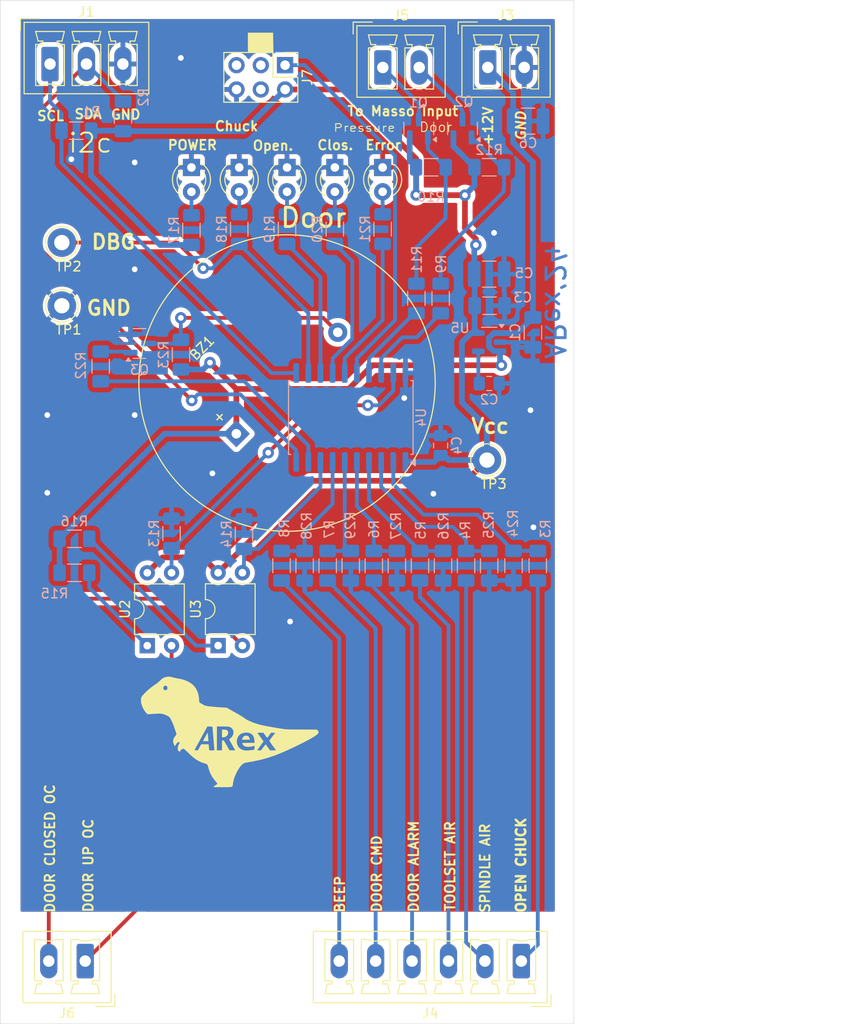
<source format=kicad_pcb>
(kicad_pcb (version 20240108) (generator "pcbnew") (generator_version "8.0")
  (layers (0 "F.Cu" signal) (31 "B.Cu" signal) (34 "B.Paste" user) (35 "F.Paste" user) (36 "B.SilkS" user "B.Silkscreen") (37 "F.SilkS" user "F.Silkscreen") (38 "B.Mask" user) (39 "F.Mask" user) (44 "Edge.Cuts" user))
  (net 0 "")
  (net 1 "+12V")
  (net 2 "GND")
  (net 3 "Net-(U5-BP)")
  (net 4 "VCC")
  (net 5 "SCL")
  (net 6 "SDA")
  (net 8 "UPDI")
  (net 11 "MASSO_IN_SPINDLE_DRAW_BAR_STATUS")
  (net 12 "Net-(Q1-B)")
  (net 13 "MASSO_IN_DOOR_CLOSED")
  (net 14 "Net-(Q2-B)")
  (net 15 "DOOR_UP_OC")
  (net 16 "Net-(R15-Pad1)")
  (net 17 "DOOR_CLOSED_OC")
  (net 18 "Net-(D1-A)")
  (net 19 "Net-(D2-A)")
  (net 20 "Net-(D3-A)")
  (net 21 "Net-(D4-A)")
  (net 22 "Net-(D5-A)")
  (net 23 "MASSO_TTL_OUT_DOOR_OPEN_CLOSE")
  (net 24 "MASSO_TTL_OUT_SPINDLE_AIR_BLAST")
  (net 25 "MASSO_TTL_OUT_TOOL_SET_AIR_BLAST")
  (net 26 "MASSO_TTL_OUT_CHUCK_OPEN")
  (net 27 "MASSO_TTL_OUT_TOUCH_SCREEN_BEEP")
  (net 28 "MASSO_TTL_OUT_SOUNDER")
  (net 29 "Net-(R16-Pad1)")
  (net 30 "chuck_is_opened")
  (net 31 "door_closing")
  (net 32 "door_opening")
  (net 33 "comm_fault")
  (net 34 "Net-(U4-PA4)")
  (net 35 "Net-(U4-PA5)")
  (net 36 "Net-(U4-PA6)")
  (net 37 "Net-(U4-PA7)")
  (net 38 "Net-(U4-PB5)")
  (net 39 "Net-(U4-PB4)")
  (net 40 "Net-(U4-PB2)")
  (net 41 "Net-(U4-PB3)")
  (net 42 "Net-(U4-PA2)")
  (net 43 "Net-(U4-PA1)")
  (net 44 "Net-(BZ1--)")
  (net 45 "Net-(Q3-B)")
  (net 46 "Net-(U4-PA3)")
  (footprint "Connector_Phoenix_MC:PhoenixContact_MCV_1,5_3-G-3.81_1x03_P3.81mm_Vertical" (layer "F.Cu") (at 99.2075 39.2065)
    (property "Reference" "J1")
    (property "Value" "Conn_01x03_Pin" (hide yes))
  )
  (footprint "TestPoint:TestPoint_Loop_D2.60mm_Drill1.6mm_Beaded" (layer "F.Cu") (at 144.914 80.619)
    (property "Reference" "TP3")
    (property "Value" "TestPoint" (hide yes))
  )
  (footprint "LED_THT:LED_D3.0mm" (layer "F.Cu") (at 124 50.024 -90)
    (property "Reference" "D3" (hide yes))
    (property "Value" "ORANGE" (hide yes))
  )
  (footprint "Package_DIP:DIP-4_W7.62mm" (layer "F.Cu") (at 109.38 100.024 90)
    (property "Reference" "U2")
    (property "Value" "PC817" (hide yes))
  )
  (footprint "LED_THT:LED_D3.0mm" (layer "F.Cu") (at 114 50.024 -90)
    (property "Reference" "D1" (hide yes))
    (property "Value" "GREEN" (hide yes))
  )
  (footprint "TestPoint:TestPoint_Loop_D2.60mm_Drill1.6mm_Beaded" (layer "F.Cu") (at 100.444 64.48)
    (property "Reference" "TP1")
    (property "Value" "TestPoint" (hide yes))
  )
  (footprint "LED_THT:LED_D3.0mm" (layer "F.Cu") (at 119 50.024 -90)
    (property "Reference" "D2" (hide yes))
    (property "Value" "GREEN" (hide yes))
  )
  (footprint "Connector_Phoenix_MC:PhoenixContact_MCV_1,5_2-G-3.81_1x02_P3.81mm_Vertical" (layer "F.Cu") (at 145 39.564)
    (property "Reference" "J3")
    (property "Value" "Conn_01x02_Pin" (hide yes))
  )
  (footprint "LED_THT:LED_D3.0mm" (layer "F.Cu") (at 129 50.024 -90)
    (property "Reference" "D4" (hide yes))
    (property "Value" "RED" (hide yes))
  )
  (footprint "Connector_Phoenix_MC:PhoenixContact_MCV_1,5_2-G-3.81_1x02_P3.81mm_Vertical" (layer "F.Cu") (at 102.8875 133 180)
    (property "Reference" "J6")
    (property "Value" "Conn_01x02_Pin" (hide yes))
  )
  (footprint "LED_THT:LED_D3.0mm" (layer "F.Cu") (at 134 50.024 -90)
    (property "Reference" "D5" (hide yes))
    (property "Value" "RED" (hide yes))
  )
  (footprint "TestPoint:TestPoint_Loop_D2.60mm_Drill1.6mm_Beaded" (layer "F.Cu") (at 100.444 57.876)
    (property "Reference" "TP2")
    (property "Value" "TestPoint" (hide yes))
  )
  (footprint "Package_DIP:DIP-4_W7.62mm" (layer "F.Cu") (at 116.7912 100.0146 90)
    (property "Reference" "U3")
    (property "Value" "PC817" (hide yes))
  )
  (footprint "Connector_Phoenix_MC:PhoenixContact_MCV_1,5_2-G-3.81_1x02_P3.81mm_Vertical" (layer "F.Cu") (at 134.018 39.572)
    (property "Reference" "J5")
    (property "Value" "Conn_01x02_Pin" (hide yes))
  )
  (footprint "LOGO" (layer "F.Cu") (at 118 109)
    (property "Reference" "G***" (hide yes))
    (property "Value" "LOGO" (hide yes))
  )
  (footprint "Buzzer_Beeper:Buzzer_15x7.5RM7.6" (layer "F.Cu") (at 118.696699 77.867301 45)
    (property "Reference" "BZ1")
    (property "Value" "Buzzer")
  )
  (footprint "Connector_PinHeader_2.54mm:PinHeader_2x03_P2.54mm_Vertical" (layer "F.Cu") (at 123.797 39.329 -90)
    (property "Reference" "J7")
    (property "Value" "AVR-UPDI-6" (hide yes))
  )
  (footprint "Connector_Phoenix_MC:PhoenixContact_MCV_1,5_6-G-3.81_1x06_P3.81mm_Vertical" (layer "F.Cu") (at 148.5075 133 180)
    (property "Reference" "J4")
    (property "Value" "Conn_01x06_Pin" (hide yes))
  )
  (footprint "Resistor_SMD:R_1206_3216Metric_Pad1.30x1.75mm_HandSolder" (layer "B.Cu") (at 137.528 63.718 90)
    (property "Reference" "R11")
    (property "Value" "1k8")
  )
  (footprint "Resistor_SMD:R_1206_3216Metric_Pad1.30x1.75mm_HandSolder" (layer "B.Cu") (at 101.76 92.404 180)
    (property "Reference" "R15")
    (property "Value" "1k")
  )
  (footprint "Resistor_SMD:R_1206_3216Metric_Pad1.30x1.75mm_HandSolder" (layer "B.Cu") (at 101.9632 46.176)
    (property "Reference" "R1")
    (property "Value" "470")
  )
  (footprint "Resistor_SMD:R_1206_3216Metric_Pad1.30x1.75mm_HandSolder" (layer "B.Cu") (at 101.76 88.848 180)
    (property "Reference" "R16")
    (property "Value" "1k")
  )
  (footprint "Package_TO_SOT_SMD:SOT-23" (layer "B.Cu") (at 108.5666 68.427)
    (property "Reference" "Q3")
    (property "Value" "BC846")
  )
  (footprint "Capacitor_SMD:C_1206_3216Metric_Pad1.33x1.80mm_HandSolder" (layer "B.Cu") (at 149.72 67.274 -90)
    (property "Reference" "C1")
    (property "Value" "3u3")
  )
  (footprint "Resistor_SMD:R_1206_3216Metric_Pad1.30x1.75mm_HandSolder" (layer "B.Cu") (at 106.84 44.678 -90)
    (property "Reference" "R2")
    (property "Value" "470")
  )
  (footprint "Resistor_SMD:R_1206_3216Metric_Pad1.30x1.75mm_HandSolder" (layer "B.Cu") (at 139.052 50.002 180)
    (property "Reference" "R10")
    (property "Value" "10k")
  )
  (footprint "Resistor_SMD:R_1206_3216Metric_Pad1.30x1.75mm_HandSolder" (layer "B.Cu") (at 124 56.474 -90)
    (property "Reference" "R19")
    (property "Value" "1k")
  )
  (footprint "Package_TO_SOT_SMD:SOT-23-5" (layer "B.Cu") (at 145.148 68.29 180)
    (property "Reference" "U5")
    (property "Value" "MIC5205-5.0YM5")
  )
  (footprint "Resistor_SMD:R_1206_3216Metric_Pad1.30x1.75mm_HandSolder" (layer "B.Cu") (at 119 56.474 -90)
    (property "Reference" "R18")
    (property "Value" "1k")
  )
  (footprint "Resistor_SMD:R_1206_3216Metric_Pad1.30x1.75mm_HandSolder" (layer "B.Cu") (at 137.903 91.668 -90)
    (property "Reference" "R5")
    (property "Value" "1k")
  )
  (footprint "Resistor_SMD:R_1206_3216Metric_Pad1.30x1.75mm_HandSolder" (layer "B.Cu") (at 104.508 70.83 -90)
    (property "Reference" "R22")
    (property "Value" "1k")
  )
  (footprint "Package_SO:SOIC-20W_7.5x12.8mm_P1.27mm" (layer "B.Cu") (at 130.67 76.164 90)
    (property "Reference" "U4")
    (property "Value" "ATtiny3226-S")
  )
  (footprint "Resistor_SMD:R_1206_3216Metric_Pad1.30x1.75mm_HandSolder" (layer "B.Cu") (at 133.077 91.668 -90)
    (property "Reference" "R6")
    (property "Value" "1k")
  )
  (footprint "Resistor_SMD:R_1206_3216Metric_Pad1.30x1.75mm_HandSolder" (layer "B.Cu") (at 142.729 91.668 -90)
    (property "Reference" "R4")
    (property "Value" "1k")
  )
  (footprint "Resistor_SMD:R_1206_3216Metric_Pad1.30x1.75mm_HandSolder" (layer "B.Cu") (at 119.494 88.356 -90)
    (property "Reference" "R14")
    (property "Value" "1k")
  )
  (footprint "Resistor_SMD:R_1206_3216Metric_Pad1.30x1.75mm_HandSolder" (layer "B.Cu") (at 125.838 91.668 -90)
    (property "Reference" "R28")
    (property "Value" "10k")
  )
  (footprint "Resistor_SMD:R_1206_3216Metric_Pad1.30x1.75mm_HandSolder" (layer "B.Cu") (at 135.49 91.668 -90)
    (property "Reference" "R27")
    (property "Value" "10k")
  )
  (footprint "Package_TO_SOT_SMD:SOT-23" (layer "B.Cu") (at 137.782 45.938 90)
    (property "Reference" "Q1")
    (property "Value" "BC858")
  )
  (footprint "Resistor_SMD:R_1206_3216Metric_Pad1.30x1.75mm_HandSolder" (layer "B.Cu") (at 128.251 91.668 -90)
    (property "Reference" "R7")
    (property "Value" "1k")
  )
  (footprint "Resistor_SMD:R_1206_3216Metric_Pad1.30x1.75mm_HandSolder" (layer "B.Cu") (at 111.9194 88.2898 -90)
    (property "Reference" "R13")
    (property "Value" "1k")
  )
  (footprint "Capacitor_SMD:C_0805_2012Metric_Pad1.18x1.45mm_HandSolder" (layer "B.Cu") (at 145.148 72.608)
    (property "Reference" "C2")
    (property "Value" "470p")
  )
  (footprint "Resistor_SMD:R_1206_3216Metric_Pad1.30x1.75mm_HandSolder" (layer "B.Cu") (at 130.664 91.668 -90)
    (property "Reference" "R29")
    (property "Value" "10k")
  )
  (footprint "Resistor_SMD:R_1206_3216Metric_Pad1.30x1.75mm_HandSolder" (layer "B.Cu") (at 147.688 91.658 -90)
    (property "Reference" "R24")
    (property "Value" "10k")
  )
  (footprint "Resistor_SMD:R_1206_3216Metric_Pad1.30x1.75mm_HandSolder" (layer "B.Cu") (at 140.068 63.718 -90)
    (property "Reference" "R9")
    (property "Value" "1k8")
  )
  (footprint "Resistor_SMD:R_1206_3216Metric_Pad1.30x1.75mm_HandSolder" (layer "B.Cu") (at 134 56.474 -90)
    (property "Reference" "R21")
    (property "Value" "1k")
  )
  (footprint "Capacitor_SMD:C_1210_3225Metric_Pad1.33x2.70mm_HandSolder" (layer "B.Cu") (at 145.148 61.178)
    (property "Reference" "C5")
    (property "Value" "C_Polarized")
  )
  (footprint "Resistor_SMD:R_1206_3216Metric_Pad1.30x1.75mm_HandSolder" (layer "B.Cu") (at 114 56.574 -90)
    (property "Reference" "R17")
    (property "Value" "1k")
  )
  (footprint "Capacitor_SMD:C_1210_3225Metric_Pad1.33x2.70mm_HandSolder" (layer "B.Cu") (at 149.212 45.176)
    (property "Reference" "C6")
    (property "Value" "C_Polarized")
  )
  (footprint "Capacitor_SMD:C_0805_2012Metric_Pad1.18x1.45mm_HandSolder" (layer "B.Cu") (at 140.0626 79.095 90)
    (property "Reference" "C4")
    (property "Value" "1u")
  )
  (footprint "Resistor_SMD:R_1206_3216Metric_Pad1.30x1.75mm_HandSolder" (layer "B.Cu") (at 129 56.474 -90)
    (property "Reference" "R20")
    (property "Value" "1k")
  )
  (footprint "Resistor_SMD:R_1206_3216Metric_Pad1.30x1.75mm_HandSolder" (layer "B.Cu") (at 123.425 91.668 -90)
    (property "Reference" "R8")
    (property "Value" "1k")
  )
  (footprint "Resistor_SMD:R_1206_3216Metric_Pad1.30x1.75mm_HandSolder" (layer "B.Cu") (at 145.148 50.002 180)
    (property "Reference" "R12")
    (property "Value" "10k")
  )
  (footprint "Resistor_SMD:R_1206_3216Metric_Pad1.30x1.75mm_HandSolder" (layer "B.Cu") (at 145.142 91.668 -90)
    (property "Reference" "R25")
    (property "Value" "10k")
  )
  (footprint "Package_TO_SOT_SMD:SOT-23" (layer "B.Cu") (at 142.354 45.938 90)
    (property "Reference" "Q2")
    (property "Value" "BC858")
  )
  (footprint "Resistor_SMD:R_1206_3216Metric_Pad1.30x1.75mm_HandSolder" (layer "B.Cu") (at 112.91 69.5948 -90)
    (property "Reference" "R23")
    (property "Value" "1k")
  )
  (footprint "Resistor_SMD:R_1206_3216Metric_Pad1.30x1.75mm_HandSolder" (layer "B.Cu") (at 150.228 91.668 -90)
    (property "Reference" "R3")
    (property "Value" "1k")
  )
  (footprint "Capacitor_SMD:C_1206_3216Metric_Pad1.33x1.80mm_HandSolder" (layer "B.Cu") (at 145.1865 64.48)
    (property "Reference" "C3")
    (property "Value" "3u3")
  )
  (footprint "Resistor_SMD:R_1206_3216Metric_Pad1.30x1.75mm_HandSolder" (layer "B.Cu") (at 140.316 91.668 -90)
    (property "Reference" "R26")
    (property "Value" "10k")
  )
  (gr_poly (pts (xy 122.4912 35.9812) (xy 119.9512 35.9812) (xy 119.957 37.999) (xy 122.527 37.999)) (stroke (width 0.1)) (fill solid) (layer "F.SilkS"))
  (gr_rect (start 94 32.564) (end 154 139.564) (stroke (width 0.05)) (fill none) (layer "Edge.Cuts"))
  (gr_text "ARex'24" (at 150.8322 70.205 -90) (layer "B.Cu") (effects (font (size 2 2) (thickness 0.3) (bold yes)) (justify left bottom mirror)))
  (gr_text "Chuck" (at 116.3444 46.2936 0) (layer "F.SilkS") (effects (font (size 1 1) (thickness 0.2) (bold yes)) (justify left bottom)))
  (gr_text "OPEN CHUCK" (at 149.0596 128.0508 90) (layer "F.SilkS") (effects (font (size 1 1) (thickness 0.25) (bold yes)) (justify left bottom)))
  (gr_text "Pressure" (at 128.7904 46.3444 0) (layer "F.SilkS") (effects (font (size 0.8 1) (thickness 0.1)) (justify left bottom)))
  (gr_text "Open." (at 120.3068 48.3256 0) (layer "F.SilkS") (effects (font (size 1 1) (thickness 0.2) (bold yes)) (justify left bottom)))
  (gr_text "+12V" (at 145.6052 47.8176 90) (layer "F.SilkS") (effects (font (size 1 1) (thickness 0.2) (bold yes)) (justify left bottom)))
  (gr_text "POWER" (at 111.4168 48.2748 0) (layer "F.SilkS") (effects (font (size 1 1) (thickness 0.2) (bold yes)) (justify left bottom)))
  (gr_text "Clos." (at 127.0632 48.2748 0) (layer "F.SilkS") (effects (font (size 1 1) (thickness 0.2) (bold yes)) (justify left bottom)))
  (gr_text "Door" (at 137.782 46.3952 0) (layer "F.SilkS") (effects (font (size 1 1) (thickness 0.1)) (justify left bottom)))
  (gr_text "GND" (at 149.0596 47.3096 90) (layer "F.SilkS") (effects (font (size 1 1) (thickness 0.2) (bold yes) (italic yes)) (justify left bottom)))
  (gr_text "TOOLSET AIR" (at 141.6428 127.8984 90) (layer "F.SilkS") (effects (font (size 1 1) (thickness 0.2) (bold yes)) (justify left bottom)))
  (gr_text "Error" (at 132.0924 48.2748 0) (layer "F.SilkS") (effects (font (size 1 1) (thickness 0.2) (bold yes)) (justify left bottom)))
  (gr_text "SPINDLE AIR\n" (at 145.3004 128.0508 90) (layer "F.SilkS") (effects (font (size 1 1) (thickness 0.2) (bold yes)) (justify left bottom)))
  (gr_text "GND" (at 102.8824 65.5976 0) (layer "F.SilkS") (effects (font (size 1.5 1.5) (thickness 0.3) (bold yes)) (justify left bottom)))
  (gr_text "DOOR ALARM" (at 137.8328 128 90) (layer "F.SilkS") (effects (font (size 1 1) (thickness 0.2) (bold yes)) (justify left bottom)))
  (gr_text "i2c" (at 101.0028 48.6304 0) (layer "F.SilkS") (effects (font (size 2 2) (thickness 0.2) (bold yes)) (justify left bottom)))
  (gr_text "SDA" (at 101.6632 45.0236 0) (layer "F.SilkS") (effects (font (size 1 1) (thickness 0.2) (bold yes)) (justify left bottom)))
  (gr_text "BEEP" (at 130.1112 128.0508 90) (layer "F.SilkS") (effects (font (size 1 1) (thickness 0.2) (bold yes)) (justify left bottom)))
  (gr_text "To Masso Input" (at 130.2128 44.7188 0) (layer "F.SilkS") (effects (font (size 1 1) (thickness 0.2) (bold yes)) (justify left bottom)))
  (gr_text "Vcc" (at 143.116 77.942 0) (layer "F.SilkS") (effects (font (size 1.5 1.5) (thickness 0.3) (bold yes)) (justify left bottom)))
  (gr_text "SCL" (at 97.7516 45.2268 0) (layer "F.SilkS") (effects (font (size 1 1) (thickness 0.2) (bold yes)) (justify left bottom)))
  (gr_text "Door" (at 123.1516 56.4536 0) (layer "F.SilkS") (effects (font (size 2 2) (thickness 0.3)) (justify left bottom)))
  (gr_text "DOOR CMD" (at 133.972 128 90) (layer "F.SilkS") (effects (font (size 1 1) (thickness 0.2) (bold yes)) (justify left bottom)))
  (gr_text "DOOR CLOSED OC" (at 99.7836 128.0508 90) (layer "F.SilkS") (effects (font (size 1 1) (thickness 0.2) (bold yes)) (justify left bottom)))
  (gr_text "DBG" (at 103.3904 58.6888 0) (layer "F.SilkS") (effects (font (size 1.5 1.5) (thickness 0.3) (bold yes)) (justify left bottom)))
  (gr_text "DOOR UP OC" (at 103.7968 128 90) (layer "F.SilkS") (effects (font (size 1 1) (thickness 0.2) (bold yes)) (justify left bottom)))
  (gr_text "GND" (at 105.4732 45.0744 0) (layer "F.SilkS") (effects (font (size 1 1) (thickness 0.2) (bold yes)) (justify left bottom)))
  (segment (start 118.696699 73.182299) (end 130.451301 73.182299) (width 0.6) (layer "F.Cu") (net 1))
  (segment (start 132.9306 70.703) (end 146.418 70.703) (width 0.6) (layer "F.Cu") (net 1))
  (segment (start 118.696699 73.182299) (end 118.696699 77.867301) (width 0.6) (layer "F.Cu") (net 1))
  (segment (start 115.938 70.4236) (end 118.696699 73.182299) (width 0.6) (layer "F.Cu") (net 1))
  (segment (start 130.451301 73.182299) (end 132.9306 70.703) (width 0.6) (layer "F.Cu") (net 1))
  (via (at 115.938 70.4236) (size 1.2) (drill 0.6) (layers "F.Cu" "B.Cu") (net 1))
  (via (at 146.418 70.703) (size 1.2) (drill 0.6) (layers "F.Cu" "B.Cu") (net 1))
  (segment (start 148.0915 67.34) (end 149.72 65.7115) (width 0.6) (layer "B.Cu") (net 1))
  (segment (start 146.2855 70.5705) (end 146.418 70.703) (width 0.6) (layer "B.Cu") (net 1))
  (segment (start 146.2855 69.24) (end 146.2855 70.5705) (width 0.6) (layer "B.Cu") (net 1))
  (segment (start 147.6495 45.176) (end 147.6495 42.2135) (width 0.6) (layer "B.Cu") (net 1))
  (segment (start 149.72 49.494) (end 147.6495 47.4235) (width 0.6) (layer "B.Cu") (net 1))
  (segment (start 147.6495 42.2135) (end 145 39.564) (width 0.6) (layer "B.Cu") (net 1))
  (segment (start 149.72 65.7115) (end 149.72 49.494) (width 0.6) (layer "B.Cu") (net 1))
  (segment (start 111.190699 77.867301) (end 118.696699 77.867301) (width 0.6) (layer "B.Cu") (net 1))
  (segment (start 146.2855 69.24) (end 145.623001 69.24) (width 0.6) (layer "B.Cu") (net 1))
  (segment (start 145.623001 69.24) (end 145.123 68.739999) (width 0.6) (layer "B.Cu") (net 1))
  (segment (start 112.91 71.1448) (end 115.2168 71.1448) (width 0.6) (layer "B.Cu") (net 1))
  (segment (start 100.21 92.404) (end 100.21 88.848) (width 0.6) (layer "B.Cu") (net 1))
  (segment (start 147.6495 47.4235) (end 147.6495 45.176) (width 0.6) (layer "B.Cu") (net 1))
  (segment (start 115.2168 71.1448) (end 115.938 70.4236) (width 0.6) (layer "B.Cu") (net 1))
  (segment (start 100.21 88.848) (end 111.190699 77.867301) (width 0.6) (layer "B.Cu") (net 1))
  (segment (start 145.623001 67.34) (end 146.2855 67.34) (width 0.6) (layer "B.Cu") (net 1))
  (segment (start 145.123 67.840001) (end 145.623001 67.34) (width 0.6) (layer "B.Cu") (net 1))
  (segment (start 145.123 68.739999) (end 145.123 67.840001) (width 0.6) (layer "B.Cu") (net 1))
  (segment (start 146.2855 67.34) (end 148.0915 67.34) (width 0.6) (layer "B.Cu") (net 1))
  (via (at 98.92 75.91) (size 1.2) (drill 0.6) (layers "F.Cu" "B.Cu") (net 2))
  (via (at 139.306 84.1396) (size 1.2) (drill 0.6) (layers "F.Cu" "B.Cu") (net 2))
  (via (at 149.7708 87.6448) (size 1.2) (drill 0.6) (layers "F.Cu" "B.Cu") (net 2))
  (via (at 108.064 75.91) (size 1.2) (drill 0.6) (layers "F.Cu" "B.Cu") (net 2))
  (via (at 145.656 56.86) (size 1.2) (drill 0.6) (layers "F.Cu" "B.Cu") (net 2))
  (via (at 98.92 84.038) (size 1.2) (drill 0.6) (layers "F.Cu" "B.Cu") (net 2))
  (via (at 124.32 97.5) (size 1.2) (drill 0.6) (layers "F.Cu" "B.Cu") (net 2))
  (via (at 149.466 75.402) (size 1.2) (drill 0.6) (layers "F.Cu" "B.Cu") (net 2))
  (via (at 101.438043 49.160357) (size 1.2) (drill 0.6) (layers "F.Cu" "B.Cu") (net 2))
  (via (at 116.192 82.006) (size 1.2) (drill 0.6) (layers "F.Cu" "B.Cu") (net 2))
  (via (at 112.89 38.572) (size 1.2) (drill 0.6) (layers "F.Cu" "B.Cu") (net 2))
  (via (at 108.064 60.67) (size 1.2) (drill 0.6) (layers "F.Cu" "B.Cu") (net 2))
  (via (at 108.064 49.494) (size 1.2) (drill 0.6) (layers "F.Cu" "B.Cu") (net 2))
  (via (at 136.258 74.132) (size 1.2) (drill 0.6) (layers "F.Cu" "B.Cu") (net 2))
  (segment (start 149.1735 68.29) (end 149.72 68.8365) (width 0.4) (layer "B.Cu") (net 2))
  (segment (start 146.2855 68.29) (end 149.1735 68.29) (width 0.4) (layer "B.Cu") (net 2))
  (segment (start 144.0105 72.508) (end 144.1105 72.608) (width 0.4) (layer "B.Cu") (net 3))
  (segment (start 144.0105 69.24) (end 144.0105 72.508) (width 0.4) (layer "B.Cu") (net 3))
  (segment (start 143.751 58.13) (end 143.751 57.495) (width 0.6) (layer "F.Cu") (net 4))
  (segment (start 142.749 82.784) (end 144.914 80.619) (width 0.6) (layer "F.Cu") (net 4))
  (segment (start 137.502 49.1124) (end 130.2586 41.869) (width 0.6) (layer "F.Cu") (net 4))
  (segment (start 109.38 92.404) (end 110.9896 90.7944) (width 0.6) (layer "F.Cu") (net 4))
  (segment (start 143.751 57.495) (end 142.608 56.352) (width 0.6) (layer "F.Cu") (net 4))
  (segment (start 110.9896 90.7944) (end 115.191 90.7944) (width 0.6) (layer "F.Cu") (net 4))
  (segment (start 137.502 52.897) (end 137.502 49.1124) (width 0.6) (layer "F.Cu") (net 4))
  (segment (start 116.7912 92.3946) (end 126.4018 82.784) (width 0.6) (layer "F.Cu") (net 4))
  (segment (start 130.2586 41.869) (end 123.797 41.869) (width 0.6) (layer "F.Cu") (net 4))
  (segment (start 126.4018 82.784) (end 142.749 82.784) (width 0.6) (layer "F.Cu") (net 4))
  (segment (start 142.608 52.923) (end 137.528 52.923) (width 0.6) (layer "F.Cu") (net 4))
  (segment (start 137.528 52.923) (end 137.502 52.897) (width 0.6) (layer "F.Cu") (net 4))
  (segment (start 115.191 90.7944) (end 116.7912 92.3946) (width 0.6) (layer "F.Cu") (net 4))
  (segment (start 142.608 56.352) (end 142.608 52.923) (width 0.6) (layer "F.Cu") (net 4))
  (via (at 137.502 52.897) (size 1.2) (drill 0.6) (layers "F.Cu" "B.Cu") (net 4))
  (via (at 142.608 52.923) (size 1.2) (drill 0.6) (layers "F.Cu" "B.Cu") (net 4))
  (via (at 143.751 58.13) (size 1.2) (drill 0.6) (layers "F.Cu" "B.Cu") (net 4))
  (segment (start 110.725 58.124) (end 103.492 50.891) (width 0.6) (layer "B.Cu") (net 4))
  (segment (start 136.385 80.814) (end 139.3811 80.814) (width 0.6) (layer "B.Cu") (net 4))
  (segment (start 106.84 46.228) (end 119.438 46.228) (width 0.6) (layer "B.Cu") (net 4))
  (segment (start 140.904 80.619) (end 144.914 80.619) (width 0.6) (layer "B.Cu") (net 4))
  (segment (start 103.492 50.891) (end 103.492 49.494) (width 0.6) (layer "B.Cu") (net 4))
  (segment (start 140.0626 80.1325) (end 140.4175 80.1325) (width 0.6) (layer "B.Cu") (net 4))
  (segment (start 143.624 66.9535) (end 144.0105 67.34) (width 0.6) (layer "B.Cu") (net 4))
  (segment (start 143.624 61.2165) (end 143.5855 61.178) (width 0.6) (layer "B.Cu") (net 4))
  (segment (start 137.528 52.923) (end 137.502 52.897) (width 0.6) (layer "B.Cu") (net 4))
  (segment (start 141.404 47.808) (end 143.598 50.002) (width 0.6) (layer "B.Cu") (net 4))
  (segment (start 143.598 51.933) (end 142.608 52.923) (width 0.6) (layer "B.Cu") (net 4))
  (segment (start 143.5855 58.2955) (end 143.751 58.13) (width 0.6) (layer "B.Cu") (net 4))
  (segment (start 144.914 77.708) (end 144.914 80.619) (width 0.6) (layer "B.Cu") (net 4))
  (segment (start 137.502 50.002) (end 137.502 52.897) (width 0.6) (layer "B.Cu") (net 4))
  (segment (start 142.292 74.578) (end 144.894 77.18) (width 0.6) (layer "B.Cu") (net 4))
  (segment (start 141.404 46.8755) (end 141.404 47.808) (width 0.6) (layer "B.Cu") (net 4))
  (segment (start 144.894 77.18) (end 144.894 77.688) (width 0.6) (layer "B.Cu") (net 4))
  (segment (start 140.4175 80.1325) (end 140.904 80.619) (width 0.6) (layer "B.Cu") (net 4))
  (segment (start 103.492 49.494) (end 103.5132 49.4728) (width 0.6) (layer "B.Cu") (net 4))
  (segment (start 142.292 68.29) (end 142.292 74.578) (width 0.6) (layer "B.Cu") (net 4))
  (segment (start 143.624 64.48) (end 143.624 66.9535) (width 0.6) (layer "B.Cu") (net 4))
  (segment (start 139.3811 80.814) (end 140.0626 80.1325) (width 0.6) (layer "B.Cu") (net 4))
  (segment (start 103.5132 46.176) (end 106.788 46.176) (width 0.6) (layer "B.Cu") (net 4))
  (segment (start 106.788 46.176) (end 106.84 46.228) (width 0.6) (layer "B.Cu") (net 4))
  (segment (start 136.832 49.332) (end 137.502 50.002) (width 0.6) (layer "B.Cu") (net 4))
  (segment (start 114 58.124) (end 110.725 58.124) (width 0.6) (layer "B.Cu") (net 4))
  (segment (start 143.624 64.48) (end 143.624 61.2165) (width 0.6) (layer "B.Cu") (net 4))
  (segment (start 103.5132 49.4728) (end 103.5132 46.176) (width 0.6) (layer "B.Cu") (net 4))
  (segment (start 143.242 67.34) (end 142.292 68.29) (width 0.6) (layer "B.Cu") (net 4))
  (segment (start 143.598 50.002) (end 143.598 51.933) (width 0.6) (layer "B.Cu") (net 4))
  (segment (start 144.0105 67.34) (end 143.242 67.34) (width 0.6) (layer "B.Cu") (net 4))
  (segment (start 119.438 46.228) (end 123.797 41.869) (width 0.6) (layer "B.Cu") (net 4))
  (segment (start 144.894 77.688) (end 144.914 77.708) (width 0.6) (layer "B.Cu") (net 4))
  (segment (start 136.832 46.8755) (end 136.832 49.332) (width 0.6) (layer "B.Cu") (net 4))
  (segment (start 143.5855 61.178) (end 143.5855 58.2955) (width 0.6) (layer "B.Cu") (net 4))
  (segment (start 100.4132 46.176) (end 100.4132 49.549728) (width 0.4) (layer "B.Cu") (net 5))
  (segment (start 99.2075 43.1775) (end 99.2075 39.2065) (width 0.4) (layer "B.Cu") (net 5))
  (segment (start 100.4132 49.549728) (end 122.377472 71.514) (width 0.4) (layer "B.Cu") (net 5))
  (segment (start 122.377472 71.514) (end 124.955 71.514) (width 0.4) (layer "B.Cu") (net 5))
  (segment (start 100.4132 46.176) (end 100.4132 44.3832) (width 0.4) (layer "B.Cu") (net 5))
  (segment (start 100.4132 44.3832) (end 99.2075 43.1775) (width 0.4) (layer "B.Cu") (net 5))
  (segment (start 114.033 74.386) (end 97.5484 57.9014) (width 0.4) (layer "F.Cu") (net 6))
  (segment (start 97.5484 57.9014) (end 97.5484 44.6756) (width 0.4) (layer "F.Cu") (net 6))
  (segment (start 97.5484 44.6756) (end 103.0175 39.2065) (width 0.4) (layer "F.Cu") (net 6))
  (via (at 114.033 74.386) (size 1.2) (drill 0.6) (layers "F.Cu" "B.Cu") (net 6))
  (segment (start 119.113 73.751) (end 114.668 73.751) (width 0.4) (layer "B.Cu") (net 6))
  (segment (start 106.84 43.128) (end 106.84 43.029) (width 0.4) (layer "B.Cu") (net 6))
  (segment (start 124.955 79.593) (end 119.113 73.751) (width 0.4) (layer "B.Cu") (net 6))
  (segment (start 114.668 73.751) (end 114.033 74.386) (width 0.4) (layer "B.Cu") (net 6))
  (segment (start 124.955 80.814) (end 124.955 79.593) (width 0.4) (layer "B.Cu") (net 6))
  (segment (start 106.84 43.029) (end 103.0175 39.2065) (width 0.4) (layer "B.Cu") (net 6))
  (segment (start 131.305 71.514) (end 131.305 69.9918) (width 0.4) (layer "B.Cu") (net 8))
  (segment (start 131.305 69.9918) (end 135.3 65.9968) (width 0.4) (layer "B.Cu") (net 8))
  (segment (start 135.3 65.9968) (end 135.3 48.79) (width 0.4) (layer "B.Cu") (net 8))
  (segment (start 135.3 48.79) (end 125.839 39.329) (width 0.4) (layer "B.Cu") (net 8))
  (segment (start 125.839 39.329) (end 123.797 39.329) (width 0.4) (layer "B.Cu") (net 8))
  (segment (start 137.782 43.336) (end 134.018 39.572) (width 0.4) (layer "B.Cu") (net 11))
  (segment (start 137.782 45.0005) (end 137.782 43.336) (width 0.4) (layer "B.Cu") (net 11))
  (segment (start 138.732 48.132) (end 140.602 50.002) (width 0.4) (layer "B.Cu") (net 12))
  (segment (start 140.602 54.802) (end 140.602 50.002) (width 0.4) (layer "B.Cu") (net 12))
  (segment (start 138.732 46.8755) (end 138.732 48.132) (width 0.4) (layer "B.Cu") (net 12))
  (segment (start 137.528 58.384) (end 140.576 55.336) (width 0.4) (layer "B.Cu") (net 12))
  (segment (start 137.528 62.168) (end 137.528 58.384) (width 0.4) (layer "B.Cu") (net 12))
  (segment (start 140.576 55.336) (end 140.576 54.828) (width 0.4) (layer "B.Cu") (net 12))
  (segment (start 140.576 54.828) (end 140.602 54.802) (width 0.4) (layer "B.Cu") (net 12))
  (segment (start 142.354 44.098) (end 137.828 39.572) (width 0.4) (layer "B.Cu") (net 13))
  (segment (start 142.354 45.0005) (end 142.354 44.098) (width 0.4) (layer "B.Cu") (net 13))
  (segment (start 146.698 52.008) (end 146.698 50.002) (width 0.4) (layer "B.Cu") (net 14))
  (segment (start 146.672 52.034) (end 146.698 52.008) (width 0.4) (layer "B.Cu") (net 14))
  (segment (start 146.672 52.542) (end 146.672 52.034) (width 0.4) (layer "B.Cu") (net 14))
  (segment (start 140.068 62.168) (end 140.068 59.146) (width 0.4) (layer "B.Cu") (net 14))
  (segment (start 146.4305 50.002) (end 146.698 50.002) (width 0.4) (layer "B.Cu") (net 14))
  (segment (start 143.304 46.8755) (end 146.4305 50.002) (width 0.4) (layer "B.Cu") (net 14))
  (segment (start 140.068 59.146) (end 146.672 52.542) (width 0.4) (layer "B.Cu") (net 14))
  (segment (start 102.8875 133) (end 111.92 123.9675) (width 0.4) (layer "F.Cu") (net 15))
  (segment (start 111.92 123.9675) (end 111.92 100.024) (width 0.4) (layer "F.Cu") (net 15))
  (segment (start 103.31 93.954) (end 109.38 100.024) (width 0.4) (layer "B.Cu") (net 16))
  (segment (start 103.31 92.404) (end 103.31 93.954) (width 0.4) (layer "B.Cu") (net 16))
  (segment (start 99.0775 133) (end 99.0775 97.9215) (width 0.4) (layer "F.Cu") (net 17))
  (segment (start 101.8866 95.1124) (end 114.429 95.1124) (width 0.4) (layer "F.Cu") (net 17))
  (segment (start 114.429 95.1124) (end 119.3312 100.0146) (width 0.4) (layer "F.Cu") (net 17))
  (segment (start 99.0775 97.9215) (end 101.8866 95.1124) (width 0.4) (layer "F.Cu") (net 17))
  (segment (start 114 55.024) (end 114 52.564) (width 0.4) (layer "B.Cu") (net 18))
  (segment (start 119 54.924) (end 119 52.564) (width 0.4) (layer "B.Cu") (net 19))
  (segment (start 124 54.924) (end 124 52.564) (width 0.4) (layer "B.Cu") (net 20))
  (segment (start 129 54.924) (end 129 52.564) (width 0.4) (layer "B.Cu") (net 21))
  (segment (start 134 54.924) (end 134 52.564) (width 0.4) (layer "B.Cu") (net 22))
  (segment (start 133.2675 98.2345) (end 133.2675 133) (width 0.4) (layer "B.Cu") (net 23))
  (segment (start 128.251 93.218) (end 133.2675 98.2345) (width 0.4) (layer "B.Cu") (net 23))
  (segment (start 142.729 93.218) (end 142.729 131.0315) (width 0.4) (layer "B.Cu") (net 24))
  (segment (start 142.729 131.0315) (end 144.6975 133) (width 0.4) (layer "B.Cu") (net 24))
  (segment (start 137.903 94.937) (end 140.8875 97.9215) (width 0.4) (layer "B.Cu") (net 25))
  (segment (start 140.8875 97.9215) (end 140.8875 133) (width 0.4) (layer "B.Cu") (net 25))
  (segment (start 137.903 93.218) (end 137.903 94.937) (width 0.4) (layer "B.Cu") (net 25))
  (segment (start 150.228 131.2795) (end 148.5075 133) (width 0.4) (layer "B.Cu") (net 26))
  (segment (start 150.228 93.218) (end 150.228 131.2795) (width 0.4) (layer "B.Cu") (net 26))
  (segment (start 129.4575 99.2505) (end 129.4575 133) (width 0.4) (layer "B.Cu") (net 27))
  (segment (start 123.425 93.218) (end 129.4575 99.2505) (width 0.4) (layer "B.Cu") (net 27))
  (segment (start 133.077 93.921) (end 137.0775 97.9215) (width 0.4) (layer "B.Cu") (net 28))
  (segment (start 133.077 93.218) (end 133.077 93.921) (width 0.4) (layer "B.Cu") (net 28))
  (segment (start 137.0775 97.9215) (end 137.0775 133) (width 0.4) (layer "B.Cu") (net 28))
  (segment (start 114.4766 100.0146) (end 116.7912 100.0146) (width 0.4) (layer "B.Cu") (net 29))
  (segment (start 103.31 88.848) (end 114.4766 100.0146) (width 0.4) (layer "B.Cu") (net 29))
  (segment (start 112.5344 57.876) (end 100.444 57.876) (width 0.4) (layer "F.Cu") (net 30))
  (segment (start 115.2268 60.5684) (end 112.5344 57.876) (width 0.4) (layer "F.Cu") (net 30))
  (via (at 115.2268 60.5684) (size 1.2) (drill 0.6) (layers "F.Cu" "B.Cu") (net 30))
  (segment (start 116.2936 60.4668) (end 116.192 60.5684) (width 0.4) (layer "B.Cu") (net 30))
  (segment (start 118.7364 58.024) (end 116.2936 60.4668) (width 0.4) (layer "B.Cu") (net 30))
  (segment (start 126.225 71.514) (end 126.225 65.249) (width 0.4) (layer "B.Cu") (net 30))
  (segment (start 116.192 60.5684) (end 115.2268 60.5684) (width 0.4) (layer "B.Cu") (net 30))
  (segment (start 126.225 65.249) (end 119 58.024) (width 0.4) (layer "B.Cu") (net 30))
  (segment (start 119 58.024) (end 118.7364 58.024) (width 0.4) (layer "B.Cu") (net 30))
  (segment (start 127.495 61.519) (end 124 58.024) (width 0.4) (layer "B.Cu") (net 31))
  (segment (start 127.495 71.514) (end 127.495 61.519) (width 0.4) (layer "B.Cu") (net 31))
  (segment (start 130.8224 67.9344) (end 130.8224 59.8464) (width 0.4) (layer "B.Cu") (net 32))
  (segment (start 128.765 69.9918) (end 130.8224 67.9344) (width 0.4) (layer "B.Cu") (net 32))
  (segment (start 128.765 71.514) (end 128.765 69.9918) (width 0.4) (layer "B.Cu") (net 32))
  (segment (start 130.8224 59.8464) (end 129 58.024) (width 0.4) (layer "B.Cu") (net 32))
  (segment (start 134 65.976) (end 134 58.024) (width 0.4) (layer "B.Cu") (net 33))
  (segment (start 130.035 69.941) (end 134 65.976) (width 0.4) (layer "B.Cu") (net 33))
  (segment (start 130.035 71.514) (end 130.035 69.941) (width 0.4) (layer "B.Cu") (net 33))
  (segment (start 147.688 90.108) (end 150.218 90.108) (width 0.4) (layer "B.Cu") (net 34))
  (segment (start 135.115 83.149) (end 135.115 80.814) (width 0.4) (layer "B.Cu") (net 34))
  (segment (start 150.218 90.108) (end 150.228 90.118) (width 0.4) (layer "B.Cu") (net 34))
  (segment (start 143.904 86.324) (end 138.29 86.324) (width 0.4) (layer "B.Cu") (net 34))
  (segment (start 147.688 90.108) (end 143.904 86.324) (width 0.4) (layer "B.Cu") (net 34))
  (segment (start 138.29 86.324) (end 135.115 83.149) (width 0.4) (layer "B.Cu") (net 34))
  (segment (start 133.845 83.403) (end 133.845 80.814) (width 0.4) (layer "B.Cu") (net 35))
  (segment (start 142.729 88.985) (end 141.338 87.594) (width 0.4) (layer "B.Cu") (net 35))
  (segment (start 142.729 90.118) (end 142.729 88.985) (width 0.4) (layer "B.Cu") (net 35))
  (segment (start 142.729 90.118) (end 145.142 90.118) (width 0.4) (layer "B.Cu") (net 35))
  (segment (start 141.338 87.594) (end 138.036 87.594) (width 0.4) (layer "B.Cu") (net 35))
  (segment (start 138.036 87.594) (end 133.845 83.403) (width 0.4) (layer "B.Cu") (net 35))
  (segment (start 132.575 80.814) (end 132.575 84.79) (width 0.4) (layer "B.Cu") (net 36))
  (segment (start 132.575 84.79) (end 137.903 90.118) (width 0.4) (layer "B.Cu") (net 36))
  (segment (start 140.316 90.118) (end 137.903 90.118) (width 0.4) (layer "B.Cu") (net 36))
  (segment (start 133.077 87.207) (end 133.077 90.118) (width 0.4) (layer "B.Cu") (net 37))
  (segment (start 133.077 90.118) (end 135.49 90.118) (width 0.4) (layer "B.Cu") (net 37))
  (segment (start 131.305 85.435) (end 133.077 87.207) (width 0.4) (layer "B.Cu") (net 37))
  (segment (start 131.305 80.814) (end 131.305 85.435) (width 0.4) (layer "B.Cu") (net 37))
  (segment (start 130.664 90.118) (end 130.035 89.489) (width 0.4) (layer "B.Cu") (net 38))
  (segment (start 130.035 89.489) (end 130.035 80.814) (width 0.4) (layer "B.Cu") (net 38))
  (segment (start 130.664 90.118) (end 128.251 90.118) (width 0.4) (layer "B.Cu") (net 38))
  (segment (start 125.838 88.108) (end 128.765 85.181) (width 0.4) (layer "B.Cu") (net 39))
  (segment (start 128.765 85.181) (end 128.765 80.814) (width 0.4) (layer "B.Cu") (net 39))
  (segment (start 125.838 90.118) (end 125.838 88.108) (width 0.4) (layer "B.Cu") (net 39))
  (segment (start 123.425 90.118) (end 125.838 90.118) (width 0.4) (layer "B.Cu") (net 39))
  (segment (start 119.52 72.38) (end 126.225 79.085) (width 0.4) (layer "B.Cu") (net 40))
  (segment (start 126.225 79.085) (end 126.225 80.814) (width 0.4) (layer "B.Cu") (net 40))
  (segment (start 104.508 72.38) (end 119.52 72.38) (width 0.4) (layer "B.Cu") (net 40))
  (segment (start 119.494 92.2318) (end 119.3312 92.3946) (width 0.4) (layer "B.Cu") (net 41))
  (segment (start 119.494 89.906) (end 119.494 92.2318) (width 0.4) (layer "B.Cu") (net 41))
  (segment (start 120.992 89.906) (end 119.494 89.906) (width 0.4) (layer "B.Cu") (net 41))
  (segment (start 127.495 83.403) (end 120.992 89.906) (width 0.4) (layer "B.Cu") (net 41))
  (segment (start 127.495 80.814) (end 127.495 83.403) (width 0.4) (layer "B.Cu") (net 41))
  (segment (start 137.554 67.782) (end 140.068 65.268) (width 0.4) (layer "B.Cu") (net 42))
  (segment (start 133.845 69.9918) (end 136.0548 67.782) (width 0.4) (layer "B.Cu") (net 42))
  (segment (start 136.0548 67.782) (end 137.554 67.782) (width 0.4) (layer "B.Cu") (net 42))
  (segment (start 133.845 71.514) (end 133.845 69.9918) (width 0.4) (layer "B.Cu") (net 42))
  (segment (start 132.575 71.514) (end 132.575 69.9918) (width 0.4) (layer "B.Cu") (net 43))
  (segment (start 137.2988 65.268) (end 137.528 65.268) (width 0.4) (layer "B.Cu") (net 43))
  (segment (start 132.575 69.9918) (end 137.2988 65.268) (width 0.4) (layer "B.Cu") (net 43))
  (segment (start 129.303301 67.260699) (end 127.792602 65.75) (width 0.4) (layer "F.Cu") (net 44))
  (segment (start 127.792602 65.75) (end 112.89 65.75) (width 0.4) (layer "F.Cu") (net 44))
  (via (at 112.89 65.75) (size 1.2) (drill 0.6) (layers "F.Cu" "B.Cu") (net 44))
  (segment (start 112.5278 68.427) (end 112.91 68.0448) (width 0.4) (layer "B.Cu") (net 44))
  (segment (start 109.5041 68.427) (end 112.5278 68.427) (width 0.4) (layer "B.Cu") (net 44))
  (segment (start 112.89 65.75) (end 112.89 68.0248) (width 0.4) (layer "B.Cu") (net 44))
  (segment (start 112.89 68.0248) (end 112.91 68.0448) (width 0.4) (layer "B.Cu") (net 44))
  (segment (start 107.5321 69.28) (end 107.6291 69.377) (width 0.4) (layer "B.Cu") (net 45))
  (segment (start 104.508 69.28) (end 107.5321 69.28) (width 0.4) (layer "B.Cu") (net 45))
  (segment (start 126.987 74.894) (end 132.448 74.894) (width 0.4) (layer "F.Cu") (net 46))
  (segment (start 122.034 79.847) (end 126.987 74.894) (width 0.4) (layer "F.Cu") (net 46))
  (via (at 132.448 74.894) (size 1.2) (drill 0.6) (layers "F.Cu" "B.Cu") (net 46))
  (via (at 122.034 79.847) (size 1.2) (drill 0.6) (layers "F.Cu" "B.Cu") (net 46))
  (segment (start 135.115 71.514) (end 135.115 73.37) (width 0.4) (layer "B.Cu") (net 46))
  (segment (start 135.115 73.37) (end 133.591 74.894) (width 0.4) (layer "B.Cu") (net 46))
  (segment (start 111.9194 89.8398) (end 111.9194 92.4034) (width 0.4) (layer "B.Cu") (net 46))
  (segment (start 111.9194 92.4034) (end 111.92 92.404) (width 0.4) (layer "B.Cu") (net 46))
  (segment (start 111.9194 89.8398) (end 112.0412 89.8398) (width 0.4) (layer "B.Cu") (net 46))
  (segment (start 133.591 74.894) (end 132.448 74.894) (width 0.4) (layer "B.Cu") (net 46))
  (segment (start 112.0412 89.8398) (end 122.034 79.847) (width 0.4) (layer "B.Cu") (net 46))
  (zone (net 2) (net_name "GND") (layers "F&B.Cu") (connect_pads (clearance 0.5)) (min_thickness 0.25) (fill yes (thermal_gap 0.5) (thermal_bridge_width 0.5))
    (polygon (pts (xy 96.126 34.508) (xy 152.006 34.508) (xy 152.006 127.834) (xy 96.126 127.834)))
  )
)
</source>
